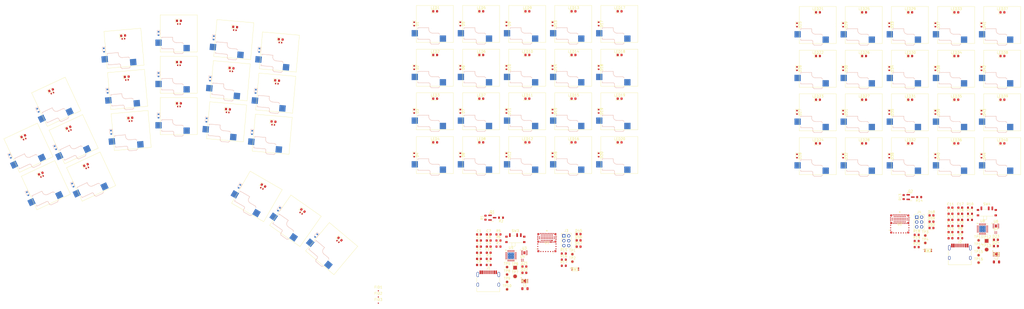
<source format=kicad_pcb>
(kicad_pcb (version 20241229) (generator "pcbnew") (generator_version "9.0")
  (layers (0 "F.Cu" signal) (4 "In1.Cu" power "GND") (6 "In2.Cu" power "PWR") (2 "B.Cu" signal) (13 "F.Paste" user) (15 "B.Paste" user) (5 "F.SilkS" user "F.Silkscreen") (7 "B.SilkS" user "B.Silkscreen") (1 "F.Mask" user) (3 "B.Mask" user) (25 "Edge.Cuts" user))
  (net 0 "")
  (net 1 "/Keymatrix_left/Col1")
  (net 2 "Net-(D77-A)")
  (net 3 "/Keymatrix_left/Col3")
  (net 4 "Net-(D83-A)")
  (net 5 "/Keymatrix_left/Col6")
  (net 6 "Net-(D93-A)")
  (net 7 "Net-(LED87-K)")
  (net 8 "/Keymatrix_left/Vcc")
  (net 9 "/Keymatrix_left/Col0")
  (net 10 "Net-(D75-A)")
  (net 11 "Net-(LED85-K)")
  (net 12 "Net-(D79-A)")
  (net 13 "Net-(LED81-K)")
  (net 14 "/Keymatrix_left/Col5")
  (net 15 "Net-(D89-A)")
  (net 16 "Net-(LED82-K)")
  (net 17 "Net-(LED79-K)")
  (net 18 "/Keymatrix_left/LEDOut")
  (net 19 "Net-(LED74-K)")
  (net 20 "/Keymatrix_left/Col4")
  (net 21 "Net-(D87-A)")
  (net 22 "/Keymatrix_left/Col2")
  (net 23 "Net-(D80-A)")
  (net 24 "Net-(LED78-K)")
  (net 25 "Net-(LED71-K)")
  (net 26 "Net-(LED86-K)")
  (net 27 "Net-(D91-A)")
  (net 28 "Net-(LED77-K)")
  (net 29 "Net-(LED89-K)")
  (net 30 "Net-(D88-A)")
  (net 31 "Net-(D78-A)")
  (net 32 "Net-(D84-A)")
  (net 33 "Net-(LED83-K)")
  (net 34 "Net-(LED75-K)")
  (net 35 "Net-(D82-A)")
  (net 36 "Net-(D81-A)")
  (net 37 "Net-(LED80-K)")
  (net 38 "Net-(D76-A)")
  (net 39 "Net-(LED72-K)")
  (net 40 "Net-(LED73-K)")
  (net 41 "Net-(LED84-K)")
  (net 42 "Net-(LED88-K)")
  (net 43 "Net-(D92-A)")
  (net 44 "Net-(LED76-K)")
  (net 45 "Net-(LED70-K)")
  (net 46 "Net-(D90-A)")
  (net 47 "/Keymatrix_left/Row1")
  (net 48 "/Keymatrix_left/Row2")
  (net 49 "/Keymatrix_left/Row0")
  (net 50 "Net-(D74-A)")
  (net 51 "Net-(D86-A)")
  (net 52 "Net-(D85-A)")
  (net 53 "GND")
  (net 54 "Net-(J1-SHIELD)")
  (net 55 "/Side-Left/Power/VBAT")
  (net 56 "/Side-Left/VBUS")
  (net 57 "/Side-Left/3VOUT")
  (net 58 "Net-(U5-DEC)")
  (net 59 "/Side-Left/Power/VSYS")
  (net 60 "/Side-Left/3.3V")
  (net 61 "Net-(J2-SHIELD)")
  (net 62 "/Side-Right/Power/VBAT")
  (net 63 "/Side-Right/VBUS")
  (net 64 "/Side-Right/3VOUT")
  (net 65 "Net-(U8-DEC)")
  (net 66 "/Side-Right/Power/VSYS")
  (net 67 "/Side-Right/3.3V")
  (net 68 "Net-(D1-A)")
  (net 69 "/Side-Left/Row0")
  (net 70 "Net-(D2-A)")
  (net 71 "/Side-Left/Row1")
  (net 72 "/Side-Left/Row2")
  (net 73 "Net-(D3-A)")
  (net 74 "Net-(D4-A)")
  (net 75 "Net-(D5-A)")
  (net 76 "Net-(D6-A)")
  (net 77 "Net-(D7-A)")
  (net 78 "Net-(D8-A)")
  (net 79 "Net-(D9-A)")
  (net 80 "Net-(D10-A)")
  (net 81 "Net-(D11-A)")
  (net 82 "Net-(D12-A)")
  (net 83 "Net-(D13-A)")
  (net 84 "Net-(D14-A)")
  (net 85 "Net-(D15-A)")
  (net 86 "Net-(D16-A)")
  (net 87 "Net-(D17-A)")
  (net 88 "Net-(D18-A)")
  (net 89 "Net-(D19-A)")
  (net 90 "Net-(D20-A)")
  (net 91 "/Side-Left/Power/LError")
  (net 92 "/Side-Left/Power/LChg")
  (net 93 "/Side-Right/Row0")
  (net 94 "Net-(D43-A)")
  (net 95 "Net-(D44-A)")
  (net 96 "/Side-Right/Row1")
  (net 97 "/Side-Right/Row2")
  (net 98 "Net-(D25-A)")
  (net 99 "Net-(D26-A)")
  (net 100 "Net-(D27-A)")
  (net 101 "Net-(D28-A)")
  (net 102 "Net-(D29-A)")
  (net 103 "Net-(D30-A)")
  (net 104 "Net-(D31-A)")
  (net 105 "Net-(D32-A)")
  (net 106 "Net-(D33-A)")
  (net 107 "Net-(D34-A)")
  (net 108 "Net-(D35-A)")
  (net 109 "Net-(D36-A)")
  (net 110 "Net-(D37-A)")
  (net 111 "Net-(D38-A)")
  (net 112 "Net-(D39-A)")
  (net 113 "Net-(D40-A)")
  (net 114 "Net-(D41-A)")
  (net 115 "Net-(D42-A)")
  (net 116 "/Side-Right/Power/LError")
  (net 117 "/Side-Right/Power/LChg")
  (net 124 "/Side-Left/USB_D+")
  (net 125 "/Side-Left/USB_D-")
  (net 126 "/Side-Left/Power/CC2")
  (net 127 "/Side-Left/Power/CC1")
  (net 128 "/Side-Right/USB_D+")
  (net 129 "/Side-Right/USB_D-")
  (net 130 "/Side-Right/Power/CC1")
  (net 131 "/Side-Right/Power/CC2")
  (net 132 "/Side-Left/Col0")
  (net 133 "/Side-Left/Col1")
  (net 134 "/Side-Left/Col2")
  (net 135 "/Side-Left/Col3")
  (net 136 "/Side-Left/Col4")
  (net 137 "/Side-Left/Col5")
  (net 138 "/Side-Left/Col6")
  (net 139 "/Side-Right/Col0")
  (net 140 "/Side-Right/Col1")
  (net 141 "/Side-Right/Col2")
  (net 142 "/Side-Right/Col3")
  (net 143 "/Side-Right/Col4")
  (net 144 "/Side-Right/Col5")
  (net 145 "/Side-Right/Col6")
  (net 146 "Net-(U5-SW)")
  (net 147 "Net-(U8-SW)")
  (net 148 "/Side-Left/LED_1")
  (net 149 "Net-(D45-K)")
  (net 150 "Net-(D46-K)")
  (net 151 "/Side-Left/LED_2")
  (net 152 "/Side-Left/LED_3")
  (net 153 "Net-(D47-K)")
  (net 154 "/Side-Right/LED_1")
  (net 155 "Net-(D48-K)")
  (net 156 "Net-(D49-K)")
  (net 157 "/Side-Right/LED_2")
  (net 158 "/Side-Right/LED_3")
  (net 159 "Net-(D50-K)")
  (net 160 "/Side-Left/Key Matrix/LEDOut")
  (net 162 "/Side-Right/Key Matrix/LEDOut")
  (net 164 "Net-(Q1-D)")
  (net 165 "Net-(Q2-D)")
  (net 166 "Net-(R5-Pad2)")
  (net 167 "Net-(R10-Pad2)")
  (net 172 "/Side-Left/Backlight")
  (net 173 "/Side-Right/Backlight")
  (net 174 "Net-(U5-ICHG)")
  (net 175 "Net-(U5-NTC)")
  (net 176 "Net-(U8-ICHG)")
  (net 177 "Net-(U8-NTC)")
  (net 178 "/Side-Left/RESET")
  (net 179 "/Side-Right/RESET")
  (net 181 "Net-(SW3-B)")
  (net 183 "Net-(SW4-B)")
  (net 197 "/Side-Left/SWDCLK")
  (net 210 "Net-(U1A-OUT_ANT)")
  (net 215 "/Side-Left/SWDIO")
  (net 236 "/Side-Right/SWDCLK")
  (net 252 "Net-(U2A-OUT_ANT)")
  (net 265 "/Side-Right/SWDIO")
  (net 276 "/Side-Left/Power/FUEL_ALRT")
  (net 277 "/Side-Left/BAT_SDA")
  (net 278 "/Side-Left/BAT_SCL")
  (net 282 "/Side-Right/BAT_SCL")
  (net 283 "/Side-Right/Power/FUEL_ALRT")
  (net 284 "/Side-Right/BAT_SDA")
  (footprint "Diode_SMD:D_SOD-523" (layer "F.Cu") (at 235.659992 70.765498 -90)
    (property "Reference" "D39")
    (property "Value" "D_Small")
  )
  (footprint "Capacitor_SMD:C_0603_1608Metric" (layer "F.Cu") (at 245.887298 109.945791)
    (property "Reference" "C17")
    (property "Value" "10uF")
  )
  (footprint "Package_TO_SOT_SMD:SOT-23" (layer "F.Cu") (at 53.604998 114.059991)
    (property "Reference" "Q1")
    (property "Value" "AO3400A")
  )
  (footprint "Keyboard:Kailh_HS_Socket" (layer "F.Cu") (at -17.482593 128.903832 -40)
    (property "Reference" "KHS72" (hide yes))
    (property "Value" "KHS")
  )
  (footprint "Diode_SMD:D_SOD-523" (layer "F.Cu") (at 178.80998 52.813501 -90)
    (property "Reference" "D26")
    (property "Value" "D_Small")
  )
  (footprint "Resistor_SMD:R_0603_1608Metric" (layer "F.Cu") (at 52.13 130.975)
    (property "Reference" "R3")
    (property "Value" "5.1k")
  )
  (footprint "Keyboard:SwitchHoles_Kailh_Choc_V1V2" (layer "F.Cu") (at -75.263155 38.372589)
    (property "Reference" "H101" (hide yes))
    (property "Value" "SwitchHoles")
  )
  (footprint "Keyboard:SwitchHoles_Kailh_Choc_V1V2" (layer "F.Cu") (at 86.879996 88.315001)
    (property "Reference" "H16" (hide yes))
    (property "Value" "SwitchHoles")
  )
  (footprint "Keyboard:SwitchHoles_Kailh_Choc_V1V2" (layer "F.Cu") (at 244.179996 34.884009)
    (property "Reference" "H33" (hide yes))
    (property "Value" "SwitchHoles")
  )
  (footprint "LED_SMD:LED_0603_1608Metric" (layer "F.Cu") (at 68.030477 29.248977)
    (property "Reference" "LED9")
    (property "Value" "LED_Small")
  )
  (footprint "Package_DFN_QFN:TDFN-8-1EP_2x2mm_P0.5mm_EP0.8x1.2mm" (layer "F.Cu") (at 260.542298 117.480791)
    (property "Reference" "U6")
    (property "Value" "MAX17048")
  )
  (footprint "Resistor_SMD:R_0402_1005Metric" (layer "F.Cu") (at -53.66348 53.897265 -5)
    (property "Reference" "LR77" (hide yes))
    (property "Value" "R_Small")
  )
  (footprint "Capacitor_SMD:C_0603_1608Metric" (layer "F.Cu") (at 245.887298 112.455791)
    (property "Reference" "C18")
    (property "Value" "10uF")
  )
  (footprint "Resistor_SMD:R_0402_1005Metric" (layer "F.Cu") (at -138.569413 81.748313 25)
    (property "Reference" "LR88" (hide yes))
    (property "Value" "R_Small")
  )
  (footprint "Keyboard:SwitchHoles_Kailh_Choc_V1V2" (layer "F.Cu") (at 263.13 34.884009)
    (property "Reference" "H37" (hide yes))
    (property "Value" "SwitchHoles")
  )
  (footprint "Diode_SMD:D_SOD-523" (layer "F.Cu") (at 59.409988 88.292496 -90)
    (property "Reference" "D12")
    (property "Value" "D_Small")
  )
  (footprint "Diode_SMD:D_SOD-523" (layer "F.Cu") (at 78.359992 52.388502 -90)
    (property "Reference" "D14")
    (property "Value" "D_Small")
  )
  (footprint "Keyboard:SwitchHoles_Kailh_Choc_V1V2" (layer "F.Cu") (at 48.979988 34.45901)
    (property "Reference" "H5" (hide yes))
    (property "Value" "SwitchHoles")
  )
  (footprint "Resistor_SMD:R_0603_1608Metric" (layer "F.Cu") (at 56.14 120.935)
    (property "Reference" "R5")
    (property "Value" "5.1k")
  )
  (footprint "Keyboard:SwitchHoles_Kailh_Choc_V1V2" (layer "F.Cu") (at 105.83 34.45901)
    (property "Reference" "H17" (hide yes))
    (property "Value" "SwitchHoles")
  )
  (footprint "LED_SMD:LED_0603_1608Metric" (layer "F.Cu") (at 263.230485 65.57797)
    (property "Reference" "LED39")
    (property "Value" "LED_Small")
  )
  (footprint "Keyboard:Kailh_HS_Socket" (layer "F.Cu") (at 241.679996 57.748506)
    (property "Reference" "KHS34" (hide yes))
    (property "Value" "KHS")
  )
  (footprint "Keyboard:SwitchHoles_Kailh_Choc_V1V2" (layer "F.Cu") (at -129.831976 100.701879 25)
    (property "Reference" "H111" (hide yes))
    (property "Value" "SwitchHoles")
  )
  (footprint "LED_SMD:LED_0603_1608Metric" (layer "F.Cu") (at 86.980481 29.248977)
    (property "Reference" "LED13")
    (property "Value" "LED_Small")
  )
  (footprint "Keyboard:SwitchHoles_Kailh_Choc_V1V2" (layer "F.Cu") (at -54.094724 57.784487 -5)
    (property "Reference" "H99" (hide yes))
    (property "Value" "SwitchHoles")
  )
  (footprint "Capacitor_SMD:C_0603_1608Metric" (layer "F.Cu") (at 48.12 120.935)
    (property "Reference" "C1")
    (property "Value" "10nF")
  )
  (footprint "Diode_SMD:D_SOD-523" (layer "F.Cu") (at 254.609996 52.813501 -90)
    (property "Reference" "D42")
    (property "Value" "D_Small")
  )
  (footprint "LED_SMD:LED_0603_1608Metric" (layer "F.Cu") (at -40.432463 100.867742 -30)
    (property "Reference" "LED70" (hide yes))
    (property "Value" "LED_Small")
  )
  (footprint "Resistor_SMD:R_0402_1005Metric" (layer "F.Cu") (at -96.506114 57.449543 5)
    (property "Reference" "LR83" (hide yes))
    (property "Value" "R_Small")
  )
  (footprint "Capacitor_SMD:C_0603_1608Metric" (layer "F.Cu") (at 48.12 130.975)
    (property "Reference" "C5")
    (property "Value" "2.2uF")
  )
  (footprint "Diode_SMD:D_SOD-523" (layer "F.Cu") (at 21.50998 88.292496 -90)
    (property "Reference" "D4")
    (property "Value" "D_Small")
  )
  (footprint "Keyboard:SwitchHoles_Kailh_Choc_V1V2" (layer "F.Cu") (at 67.929992 70.363004)
    (property "Reference" "H11" (hide yes))
    (property "Value" "SwitchHoles")
  )
  (footprint "TestPoint:TestPoint_Pad_D1.0mm" (layer "F.Cu") (at 253.427298 123.365791)
    (property "Reference" "TP11")
    (property "Value" "TestPoint_Probe")
  )
  (footprint "Capacitor_SMD:C_0603_1608Metric" (layer "F.Cu") (at 52.13 125.955)
    (property "Reference" "C9")
    (property "Value" "1uF")
  )
  (footprint "Resistor_SMD:R_0402_1005Metric" (layer "F.Cu") (at -55.142164 70.793073 -5)
    (property "Reference" "LR78" (hide yes))
    (property "Value" "R_Small")
  )
  (footprint "Mikoto:UDFN-6_1.2x1.0mm_P0.4mm" (layer "F.Cu") (at 65.964999 131.514998)
    (property "Reference" "U4")
    (property "Value" "ESDR0502NMUTAG" (hide yes))
  )
  (footprint "Keyboard:Kailh_HS_Socket" (layer "F.Cu") (at 260.63 93.6525)
    (property "Reference" "KHS40" (hide yes))
    (property "Value" "KHS")
  )
  (footprint "Keyboard:SwitchHoles_Kailh_Choc_V1V2" (layer "F.Cu") (at 67.929992 52.411007)
    (property "Reference" "H10" (hide yes))
    (property "Value" "SwitchHoles")
  )
  (footprint "Diode_SMD:D_SOD-523" (layer "F.Cu") (at 197.759984 52.813501 -90)
    (property "Reference" "D30")
    (property "Value" "D_Small")
  )
  (footprint "Keyboard:Kailh_HS_Socket" (layer "F.Cu") (at -130.037263 106.193698 25)
    (property "Reference" "KHS89" (hide yes))
    (property "Value" "KHS")
  )
  (footprint "Keyboard:SwitchHoles_Kailh_Choc_V1V2" (layer "F.Cu") (at -111.255091 97.180683 25)
    (property "Reference" "H109" (hide yes))
    (property "Value" "SwitchHoles")
  )
  (footprint "LED_SMD:LED_0603_1608Metric" (layer "F.Cu") (at -139.110028 80.56601 25)
    (property "Reference" "LED88" (hide yes))
    (property "Value" "LED_Small")
  )
  (footprint "LED_SMD:LED_0603_1608Metric" (layer "F.Cu") (at 89.074998 123.379991)
    (property "Reference" "D46")
    (property "Value" "LED_Small")
  )
  (footprint "Diode_SMD:D_SOD-523" (layer "F.Cu") (at 235.659992 52.813501 -90)
    (property "Reference" "D38")
    (property "Value" "D_Small")
  )
  (footprint "Connector_USB:USB_C_Receptacle_HRO_TYPE-C-31-M-12" (layer "F.Cu") (at 51.96 140.535)
    (property "Reference" "J1")
    (property "Value" "USB_C_Receptacle_USB2.0_16P")
  )
  (footprint "Keyboard:SwitchHoles_Kailh_Choc_V1V2" (layer "F.Cu") (at -33.893158 45.982552 -5)
    (property "Reference" "H95" (hide yes))
    (property "Value" "SwitchHoles")
  )
  (footprint "Keyboard:SwitchHoles_Kailh_Choc_V1V2" (layer "F.Cu") (at 48.979988 52.411007)
    (property "Reference" "H6" (hide yes))
    (property "Value" "SwitchHoles")
  )
  (footprint "LED_SMD:LED_0603_1608Metric" (layer "F.Cu") (at 49.080473 65.152971)
    (property "Reference" "LED7")
    (property "Value" "LED_Small")
  )
  (footprint "SamacSys_Parts:EVPBB2A9B000" (layer "F.Cu") (at 87.439998 135.204991)
    (property "Reference" "SW1")
    (property "Value" "EVP-BB1AAB000" (hide yes))
  )
  (footprint "TestPoint:TestPoint_Pad_D1.0mm" (layer "F.Cu") (at 231.5173 121.3908)
    (property "Reference" "TP3")
    (property "Value" "TestPoint_Probe")
  )
  (footprint "Resistor_SMD:R_0402_1005Metric" (layer "F.Cu") (at -36.419222 75.886023 -5)
    (property "Reference" "LR75" (hide yes))
    (property "Value" "R_Small")
  )
  (footprint "LED_SMD:LED_0603_1608Metric" (layer "F.Cu") (at -75.163657 67.083379)
    (property "Reference" "LED81" (hide yes))
    (property "Value" "LED_Small")
  )
  (footprint "LED_SMD:LED_0603_1608Metric" (layer "F.Cu") (at -24.206885 111.133592 -35)
    (property "Reference" "LED71" (hide yes))
    (property "Value" "LED_Small")
  )
  (footprint "LED_SMD:LED_0603_1608Metric" (layer "F.Cu") (at 234.0773 115.7008)
    (property "Reference" "D49")
    (property "Value" "LED_Small")
  )
  (footprint "Resistor_SMD:R_0603_1608Metric" (layer "F.Cu") (at 227.9873 126.1408)
    (property "Reference" "R20")
    (property "Value" "1.5k")
  )
  (footprint "Diode_SMD:D_SOD-523" (layer "F.Cu") (at 97.309996 70.340499 -90)
    (property "Reference" "D19")
    (property "Value" "D_Small")
  )
  (footprint "Resistor_SMD:R_0402_1005Metric" (layer "F.Cu") (at -112.825229 93.598662 25)
    (property "Reference" "LR87" (hide yes))
    (property "Value" "R_Small")
  )
  (footprint "LED_SMD:LED_0603_1608Metric" (layer "F.Cu") (at 86.980481 65.152971)
    (property "Reference" "LED15")
    (property "Value" "LED_Small")
  )
  (footprint "Resistor_SMD:R_0603_1608Metric" (layer "F.Cu") (at 56.14 123.445)
    (property "Reference" "R6")
    (property "Value" "1.5k")
  )
  (footprint "Keyboard:Kailh_HS_Socket" (layer "F.Cu") (at 103.33 75.275504)
    (property "Reference" "KHS19" (hide yes))
    (property "Value" "KHS")
  )
  (footprint "Keyboard:Kailh_HS_Socket" (layer "F.Cu") (at 84.379996 39.37151)
    (property "Reference" "KHS13" (hide yes))
    (property "Value" "KHS")
  )
  (footprint "Diode_SMD:D_SOD-523" (layer "F.Cu") (at 78.359992 34.436505 -90)
    (property "Reference" "D13")
    (property "Value" "D_Small")
  )
  (footprint "Keyboard:SwitchHoles_Kailh_Choc_V1V2" (layer "F.Cu") (at -75.263666 55.332976)
    (property "Reference" "H102" (hide yes))
    (property "Value" "SwitchHoles")
  )
  (footprint "ISP1807-LR-RS:ISP1807-LR-RS" (layer "F.Cu") (at 221.03 116.6465)
    (property "Reference" "U2")
    (property "Value" "ISP1807-LR-RS")
  )
  (footprint "LED_SMD:LED_0603_1608Metric" (layer "F.Cu") (at 225.330477 29.673976)
    (property "Reference" "LED29")
    (property "Value" "LED_Small")
  )
  (footprint "Resistor_SMD:R_0402_1005Metric" (layer "F.Cu") (at -52.184815 37.00145 -5)
    (property "Reference" "LR76" (hide yes))
    (property "Value" "R_Small")
  )
  (footprint "LED_SMD:LED_0603_1608Metric" (layer "F.Cu") (at 206.380473 83.529967)
    (property "Reference" "LED28")
    (property "Value" "LED_Small")
  )
  (footprint "Diode_SMD:D_SOD-523" (layer "F.Cu") (at 178.80998 34.861504 -90)
    (property "Reference" "D25")
    (property "Value" "D_Small")
  )
  (footprint "LED_SMD:LED_0603_1608Metric" (layer "F.Cu") (at 30.130469 47.200974)
    (property "Reference" "LED2")
    (property "Value" "LED_Small")
  )
  (footprint "Keyboard:Kailh_HS_Socket" (layer "F.Cu") (at -36.816849 50.635971 -5)
    (property "Reference" "KHS73" (hide yes))
    (property "Value" "KHS")
  )
  (footprint "Keyboard:Kailh_HS_Socket" (layer "F.Cu") (at 65.429992 57.323507)
    (property "Reference" "KHS10" (hide yes))
    (property "Value" "KHS")
  )
  (footprint "Keyboard:Kailh_HS_Socket" (layer "F.Cu") (at 27.529984 57.323507)
    (property "Reference" "KHS2" (hide yes))
    (property "Value" "KHS")
  )
  (footprint "Keyboard:Kailh_HS_Socket" (layer "F.Cu") (at 103.33 39.37151)
    (property "Reference" "KHS17" (hide yes))
    (property "Value" "KHS")
  )
  (footprint "Art:Salt-smallest" (layer "F.Cu") (at 220.090359 125.32458)
    (property "Reference" "H42" (hide yes))
    (property "Value" "MountingHole" (hide yes))
  )
  (footprint "Resistor_SMD:R_0402_1005Metric" (layer "F.Cu") (at -9.835704 123.832095 -40)
    (property "Reference" "LR72" (hide yes))
    (property "Value" "R_Small")
  )
  (footprint "Keyboard:SwitchHoles_Kailh_Choc_V1V2" (layer "F.Cu") (at 187.329984 88.74)
    (property "Reference" "H24" (hide yes))
    (property "Value" "SwitchHoles")
  )
  (footprint "Keyboard:Kailh_HS_Socket" (layer "F.Cu") (at 184.829984 57.748506)
    (property "Reference" "KHS22" (hide yes))
    (property "Value" "KHS")
  )
  (footprint "LED_SMD:LED_0603_1608Metric" (layer "F.Cu") (at 244.280481 47.625973)
    (property "Reference" "LED34")
    (property "Value" "LED_Small")
  )
  (footprint "TestPoint:TestPoint_Pad_D1.5mm" (layer "F.Cu") (at 256.727298 127.165791)
    (property "Reference" "TP13")
    (property "Value" "TestPoint")
  )
  (footprint "LED_SMD:LED_0603_1608Metric" (layer "F.Cu") (at 30.130469 29.248977)
    (property "Reference" "LED1")
    (property "Value" "LED_Small")
  )
  (footprint "Resistor_SMD:R_0603_1608Metric" (layer "F.Cu") (at 249.897298 109.945791)
    (property "Reference" "R10")
    (property "Value" "5.1k")
  )
  (footprint "LED_SMD:LED_0603_1608Metric" (layer "F.Cu") (at 234.0773 118.2908)
    (property "Reference" "D50")
    (property "Value" "LED_Small")
  )
  (footprint "Resistor_SMD:R_0603_1608Metric" (layer "F.Cu") (at 82.984998 133.819991)
    (property "Reference" "R17")
    (property "Value" "1.5k")
  )
  (footprint "LED_SMD:LED_0603_1608Metric" (layer "F.Cu") (at -55.019198 69.498866 -5)
    (property "Reference" "LED78" (hide yes))
    (property "Value" "LED_Small")
  )
  (footprint "Package_DFN_QFN:TDFN-8-1EP_2x2mm_P0.5mm_EP0.8x1.2mm" (layer "F.Cu") (at 66.785 128.47)
    (property "Reference" "U3")
    (property "Value" "MAX17048")
  )
  (footprint "LED_SMD:LED_0603_1608Metric" (layer "F.Cu") (at 244.280481 65.57797)
    (property "Reference" "LED35")
    (property "Value" "LED_Small")
  )
  (footprint "LED_SMD:LED_0603_1608Metric" (layer "F.Cu") (at 234.0773 113.1108)
    (property "Reference" "D48")
    (property "Value" "LED_Small")
  )
  (footprint "Capacitor_SMD:C_0603_1608Metric" (layer "F.Cu") (at 245.887298 114.965791)
    (property "Reference" "C19")
    (property "Value" "1uF")
  )
  (footprint "Capacitor_SMD:C_0603_1608Metric" (layer "F.Cu") (at 241.877298 117.475791)
    (property "Reference" "C14")
    (property "Value" "1uF")
  )
  (footprint "LED_SMD:LED_0603_1608Metric" (layer "F.Cu") (at 49.080473 83.104968)
    (property "Reference" "LED8")
    (property "Value" "LED_Small")
  )
  (footprint "Keyboard:SwitchHoles_Kailh_Choc_V1V2" (layer "F.Cu") (at 105.83 88.315001)
    (property "Reference" "H20" (hide yes))
    (property "Value" "SwitchHoles")
  )
  (footprint "Capacitor_SMD:C_0603_1608Metric" (layer "F.Cu") (at 52.13 123.445)
    (property "Reference" "C8")
    (property "Value" "10uF")
  )
  (footprint "Keyboard:Kailh_HS_Socket" (layer "F.Cu") (at 27.529984 93.227501)
    (property "Reference" "KHS4" (hide yes))
    (property "Value" "KHS")
  )
  (footprint "Diode_SMD:D_SOD-523" (layer "F.Cu") (at 40.459984 52.388502 -90)
    (property "Reference" "D6")
    (property "Value" "D_Small")
  )
  (footprint "Keyboard:Kailh_HS_Socket" (layer "F.Cu") (at 184.829984 93.6525)
    (property "Reference" "KHS24" (hide yes))
    (property "Value" "KHS")
  )
  (footprint "Keyboard:SwitchHoles_Kailh_Choc_V1V2" (layer "F.Cu") (at 187.329984 34.884009)
    (property "Reference" "H21" (hide yes))
    (property "Value" "SwitchHoles")
  )
  (footprint "Resistor_SMD:R_0603_1608Metric" (layer "F.Cu") (at 82.984998 128.799991)
    (property "Reference" "R15")
    (property "Value" "1.5k")
  )
  (footprint "Keyboard:Kailh_HS_Socket" (layer "F.Cu") (at -137.186741 90.840712 25)
    (property "Reference" "KHS88" (hide yes))
    (property "Value" "KHS")
  )
  (footprint "LED_SMD:LED_0603_1608Metric" (layer "F.Cu") (at 30.130469 65.152971)
    (property "Reference" "LED3")
    (property "Value" "LED_Small")
  )
  (footprint "LED_SMD:LED_0603_1608Metric" (layer "F.Cu") (at 49.080473 29.248977)
    (property "Reference" "LED5")
    (property "Value" "LED_Small")
  )
  (footprint "Diode_SMD:D_SOD-523" (layer "F.Cu") (at 21.50998 34.436505 -90)
    (property "Reference" "D1")
    (property "Value" "D_Small")
  )
  (footprint "Capacitor_SMD:C_0603_1608Metric" (layer "F.Cu") (at 52.13 128.465)
    (property "Reference" "C10")
    (property "Value" "1uF")
  )
  (footprint "Keyboard:SwitchHoles_Kailh_Choc_V1V2" (layer "F.Cu") (at 244.179996 52.836006)
    (property "Reference" "H34" (hide yes))
    (property "Value" "SwitchHoles")
  )
  (footprint "Keyboard:SwitchHoles_Kailh_Choc_V1V2" (layer "F.Cu") (at 244.179996 88.74)
    (property "Reference" "H36" (hide yes))
    (property "Value" "SwitchHoles")
  )
  (footprint "Capacitor_SMD:C_0603_1608Metric" (layer "F.Cu") (at 241.877298 114.965791)
    (property "Reference" "C13")
    (property "Value" "1uF")
  )
  (footprint "TestPoint:TestPoint_Pad_D1.0mm" (layer "F.Cu") (at 86.514998 132.119991)
    (property "Reference" "TP2")
    (property "Value" "TestPoint_Probe")
  )
  (footprint "LED_SMD:LED_0603_1608Metric" (layer "F.Cu") (at -131.94273 95.93753 25)
    (property "Reference" "LED89" (hide yes))
    (property "Value" "LED_Small")
  )
  (footprint "Diode_SMD:D_SOD-523" (layer "F.Cu") (at 216.709988 52.813501 -90)
    (property "Reference" "D34")
    (property "Value" "D_Small")
  )
  (footprint "Keyboard:Kailh_HS_Socket" (layer "F.Cu") (at -57.01843 62.437886 -5)
    (property "Reference" "KHS77" (hide yes))
    (property "Value" "KHS")
  )
  (footprint "Keyboard:Kailh_HS_Socket" (layer "F.Cu") (at 222.729992 75.700503)
    (property "Reference" "KHS31" (hide yes))
    (property "Value" "KHS")
  )
  (footprint "Keyboard:Kailh_HS_Socket" (layer "F.Cu") (at 65.429992 93.227501)
    (property "Reference" "KHS12" (hide yes))
    (property "Value" "KHS")
  )
  (footprint "Resistor_SMD:R_0603_1608Metric" (layer "F.Cu") (at 52.13 133.485)
    (property "Reference" "R4")
    (property "Value" "5.1k")
  )
  (footprint "Keyboard:Kailh_HS_Socket" (layer "F.Cu") (at 203.779988 93.6525)
    (property "Reference" "KHS28" (hide yes))
    (property "Value" "KHS")
  )
  (footprint "Capacitor_SMD:C_0603_1608Metric" (layer "F.Cu") (at 48.12 128.465)
    (property "Reference" "C4")
    (property "Value" "1uF")
  )
  (footprint "Keyboard:Kailh_HS_Socket" (layer "F.Cu") (at 203.779988 75.700503)
    (property "Reference" "KHS27" (hide yes))
    (property "Value" "KHS")
  )
  (footprint "Keyboard:SwitchHoles_Kailh_Choc_V1V2" (layer "F.Cu") (at 187.329984 70.788003)
    (property "Reference" "H23" (hide yes))
    (property "Value" "SwitchHoles")
  )
  (footprint "Keyboard:Kailh_HS_Socket" (layer "F.Cu") (at 84.379996 75.275504)
    (property "Reference" "KHS15" (hide yes))
    (property "Value" "KHS")
  )
  (footprint "LED_SMD:LED_0603_1608Metric" (layer "F.Cu") (at 49.080473 47.200974)
    (property "Reference" "LED6")
    (property "Value" "LED_Small")
  )
  (footprint "Diode_SMD:D_SOD-523" (layer "F.Cu") (at 216.709988 34.861504 -90)
    (property "Reference" "D33")
    (property "Value" "D_Small")
  )
  (footprint "LED_SMD:LED_0603_1608Metric" (layer "F.Cu") (at 105.930485 65.152971)
    (property "Reference" "LED19")
    (property "Value" "LED_Small")
  )
  (footprint "Diode_SMD:D_SOD-523" (layer "F.Cu") (at 40.459984 88.292496 -90)
    (property "Reference" "D8")
    (property "Value" "D_Small")
  )
  (footprint "Resistor_SMD:R_0402_1005Metric" (layer "F.Cu") (at -33.46192 42.09536 -5)
    (property "Reference" "LR73" (hide yes))
    (property "Value" "R_Small")
  )
  (footprint "Resistor_SMD:R_0603_1608Metric" (layer "F.Cu") (at 56.14 125.955)
    (property "Reference" "R7")
    (property "Value" "5.1k")
  )
  (footprint "LED_SMD:LED_0603_1608Metric" (layer "F.Cu") (at -98.08746 39.257744 5)
    (property "Reference" "LED82" (hide yes))
    (property "Value" "LED_Small")
  )
  (footprint "Fiducial:Fiducial_0.5mm_Mask1mm" (layer "F.Cu") (at 6.78 144.09)
    (property "Reference" "FID1")
    (property "Value" "Fiducial")
  )
  (footprint "Keyboard:SwitchHoles_Kailh_Choc_V1V2" (layer "F.Cu") (at -36.85046 79.773206 -5)
    (property "Reference" "H97" (hide yes))
    (property "Value" "SwitchHoles")
  )
  (footprint "Button_Switch_SMD:SW_SPDT_PCM12" (layer "F.Cu") (at 256.827298 111.665791)
    (property "Reference" "SW4")
    (property "Value" "SW_SPDT")
  )
  (footprint "Connector_PinHeader_2.00mm:PinHeader_2x03_P2.00mm_Vertical" (layer "F.Cu") (at 83.004998 121.519991)
    (property "Reference" "J3")
    (property "Value" "Conn_02x03_Odd_Even")
  )
  (footprint "LED_SMD:LED_0603_1608Metric" (layer "F.Cu") (at 260.547298 125.725791)
    (property "Reference" "D24")
    (property "Value" "LED_Small")
  )
  (footprint "Keyboard:SwitchHoles_Kailh_Choc_V1V2" (layer "F.Cu") (at 86.879996 52.411007)
    (property "Reference" "H14" (hide yes))
    (property "Value" "SwitchHoles")
  )
  (footprint "Keyboard:Kailh_HS_Socket" (layer "F.Cu") (at 260.63 57.748506)
    (property "Reference" "KHS38" (hide yes))
    (property "Value" "KHS")
  )
  (footprint "Connector_PinHeader_2.00mm:PinHeader_2x03_P2.00mm_Vertical" (layer "F.Cu") (at 228.0073 113.8408)
    (property "Reference" "J4")
    (property "Value" "Conn_02x03_Odd_Even")
  )
  (footprint "Resistor_SMD:R_0402_1005Metric" (layer "F.Cu") (at -24.96048 112.19292 -35)
    (property "Reference" "LR71" (hide yes))
    (property "Value" "R_Small")
  )
  (footprint "LED_SMD:LED_0603_1608Metric" (layer "F.Cu") (at 66.79 134.125)
    (property "Reference" "D21")
    (property "Value" "LED_Small")
  )
  (footprint "Capacitor_SMD:C_0603_1608Metric" (layer "F.Cu") (at 48.12 133.485)
    (property "Reference" "C6")
    (property "Value" "10uF")
  )
  (footprint "Keyboard:Kailh_HS_Socket" (layer "F.Cu") (at 184.829984 39.796509)
    (property "Reference" "KHS21" (hide yes))
    (property "Value" "KHS")
  )
  (footprint "LED_SMD:LED_0603_1608Metric" (layer "F.Cu") (at 187.430469 65.57797)
    (property "Reference" "LED23")
    (property "Value" "LED_Small")
  )
  (footprint "SamacSys_Parts:SON65P200X200X90-7N" (layer "F.Cu") (at 66.92 140.085)
    (property "Reference" "IC1")
    (property "Value" "MCP1700T-3302E_MAY" (hide yes))
  )
  (footprint "Keyboard:Kailh_HS_Socket" (layer "F.Cu") (at 46.479988 39.37151)
    (property "Reference" "KHS5" (hide yes))
    (property "Value" "KHS")
  )
  (footprint "Keyboard:SwitchHoles_Kailh_Choc_V1V2" (layer "F.Cu") (at 30.029984 52.411007)
    (property "Reference" "H2" (hide yes))
    (property "Value" "SwitchHoles")
  )
  (footprint "TestPoint:TestPoint_Pad_D1.0mm" (layer "F.Cu") (at 253.427298 126.415791)
    (property "Reference" "TP14")
    (property "Value" "TestPoint_Probe")
  )
  (footprint "Resistor_SMD:R_0402_1005Metric" (layer "F.Cu") (at -127.159883 62.855567 25)
    (property "Reference" "LR85" (hide yes))
    (property "Value" "R_Small")
  )
  (footprint "Capacitor_SMD:C_0603_1608Metric" (layer "F.Cu") (at 241.877298 119.985791)
    (property "Reference" "C15")
    (property "Value" "2.2uF")
  )
  (footprint "Resistor_SMD:R_0603_1608Metric" (layer "F.Cu") (at 82.984998 131.309991)
    (property "Reference" "R16")
    (property "Value" "1.5k")
  )
  (footprint "Keyboard:SwitchHoles_Kailh_Choc_V1V2" (layer "F.Cu") (at 187.329984 52.836006)
    (property "Reference" "H22" (hide yes))
    (property "Value" "SwitchHoles")
  )
  (footprint "Resistor_SMD:R_0603_1608Metric" (layer "F.Cu") (at 249.897298 112.455791)
    (property "Reference" "R11")
    (property "Value" "1.5k")
  )
  (footprint "LED_SMD:LED_0603_1608Metric" (layer "F.Cu") (at 66.79 136.715)
    (property "Reference" "D22")
    (property "Value" "LED_Small")
  )
  (footprint "Keyboard:Kailh_HS_Socket" (layer "F.Cu") (at 241.679996 75.700503)
    (property "Reference" "KHS35" (hide yes))
    (property "Value" "KHS")
  )
  (footprint "LED_SMD:LED_0603_1608Metric" (layer "F.Cu") (at 187.430469 83.529967)
    (property "Reference" "LED24")
    (property "Value" "LED_Small")
  )
  (footprint "Resistor_SMD:R_0402_1005Metric" (layer "F.Cu") (at -95.028429 74.345452 5)
    (property "Reference" "LR84" (hide yes))
    (property "Value" "R_Small")
  )
  (footprint "Diode_SMD:D_SOD-523" (layer "F.Cu") (at 59.409988 34.436505 -90)
    (property "Reference" "D9")
    (property "Value" "D_Small")
  )
  (footprint "LED_SMD:LED_0603_1608Metric" (layer "F.Cu") (at -33.338959 40.801145 -5)
    (property "Reference" "LED73" (hide yes))
    (property "Value" "LED_Small")
  )
  (footprint "TestPoint:TestPoint_Pad_D1.0mm" (layer "F.Cu") (at 59.67 134.355)
    (property "Reference" "TP5")
    (property "Value" "TestPoint_Probe")
  )
  (footprint "Keyboard:Kailh_HS_Socket" (layer "F.Cu") (at -55.539751 45.54208 -5)
    (property "Reference" "KHS76" (hide yes))
    (property "Value" "KHS")
  )
  (footprint "LED_SMD:LED_0603_1608Metric" (layer "F.Cu") (at 206.380473 47.625973)
    (property "Reference" "LED26")
    (property "Value" "LED_Small")
  )
  (footprint "Keyboard:Kailh_HS_Socket" (layer "F.Cu") (at -99.804714 49.54707 5)
    (property "Reference" "KHS82" (hide yes))
    (property "Value" "KHS")
  )
  (footprint "Keyboard:Kailh_HS_Socket" (layer "F.Cu") (at 184.829984 75.700503)
    (property "Reference" "KHS23" (hide yes))
    (property "Value" "KHS")
  )
  (footprint "Resistor_SMD:R_0402_1005Metric" (layer "F.Cu") (at -75.172368 34.462566)
    (property "Reference" "LR79" (hide yes))
    (property "Value" "R_Small")
  )
  (footprint "Keyboard:SwitchHoles_Kailh_Choc_V1V2" (layer "F.Cu") (at 263.13 88.74)
    (property "Reference" "H40" (hide yes))
    (property "Value" "SwitchHoles")
  )
  (footprint "LED_SMD:LED_0603_1608Metric" (layer "F.Cu") (at -127.700498 61.673268 25)
    (property "Reference" "LED85" (hide yes))
    (property "Value" "LED_Small")
  )
  (footprint "Keyboard:Kailh_HS_Socket" (layer "F.Cu") (at -125.795053 71.929405 25)
    (property "Reference" "KHS85" (hide yes))
    (property "Value" "KHS")
  )
  (footprint "LED_SMD:LED_0603_1608Metric" (layer "F.Cu") (at 89.074998 125.969991)
    (property "Reference" "D47")
    (property "Value" "LED_Small")
  )
  (footprint "Keyboard:SwitchHoles_Kailh_Choc_V1V2" (layer "F.Cu") (at 86.879996 70.363004)
    (property "Reference" "H15" (hide yes))
    (property "Value" "SwitchHoles")
  )
  (footprint "LED_SMD:LED_0603_1608Metric" (layer "F.Cu") (at 187.430469 29.673976)
    (property "Reference" "LED21")
    (property "Value" "LED_Small")
  )
  (footprint "Keyboard:SwitchHoles_Kailh_Choc_V1V2" (layer "F.Cu") (at 206.279988 70.788003)
    (property "Reference" "H27" (hide yes))
    (property "Value" "SwitchHoles")
  )
  (footprint "Keyboard:Kailh_HS_Socket" (layer "F.Cu") (at 84.379996 57.323507)
    (property "Reference" "KHS14" (hide yes))
    (property "Value" "KHS")
  )
  (footprint "Keyboard:Kailh_HS_Socket" (layer "F.Cu") (at 260.63 75.700503)
    (property "Reference" "KHS39" (hide yes))
    (property "Value" "KHS")
  )
  (footprint "LED_SMD:LED_0603_1608Metric" (layer "F.Cu") (at 244.280481 83.529967)
    (property "Reference" "LED36")
    (property "Value" "LED_Small")
  )
  (footprint "Resistor_SMD:R_0603_1608Metric" (layer "F.Cu") (at 57.169998 114.059982 180)
    (property "Reference" "R2")
    (property "Value" "1.5k")
  )
  (footprint "Resistor_SMD:R_0402_1005Metric" (layer "F.Cu") (at -41.090864 101.988727 -30)
    (property "Reference" "LR70" (hide yes))
    (property "Value" "R_Small")
  )
  (footprint "Keyboard:SwitchHoles_Kailh_Choc_V1V2" (layer "F.Cu") (at -94.787459 78.23332 5)
    (property "Reference" "H106" (hide yes))
    (property "Value" "SwitchHoles")
  )
  (footprint "Keyboard:SwitchHoles_Kailh_Choc_V1V2" (layer "F.Cu") (at -35.37182 62.877993 -5)
    (property "Reference" "H96" (hide yes))
    (property "Value" "SwitchHoles")
  )
  (footprint "LED_SMD:LED_0603_1608Metric" (layer "F.Cu") (at -95.132079 73.049554 5)
    (property "Reference" "LED84" (hide yes))
    (property "Value" "LED_Small")
  )
  (footprint "Diode_SMD:D_SOD-523" (layer "F.Cu") (at 178.80998 88.717495 -90)
    (property "Reference" "D28")
    (property "Value" "D_Small")
  )
  (footprint "LED_SMD:LED_0603_1608Metric" (layer "F.Cu") (at 187.430469 47.625973)
    (property "Reference" "LED22")
    (property "Value" "LED_Small")
  )
  (footprint "Keyboard:Kailh_HS_Socket" (layer "F.Cu") (at 46.479988 75.275504)
    (property "Reference" "KHS7" (hide yes))
    (property "Value" "KHS")
  )
  (footprint "Keyboard:SwitchHoles_Kailh_Choc_V1V2" (layer "F.Cu") (at 67.929992 88.315001)
    (property "Reference" "H12" (hide yes))
    (property "Value" "SwitchHoles")
  )
  (footprint "Connector_USB:USB_C_Receptacle_HRO_TYPE-C-31-M-12" (layer "F.Cu") (at 245.717298 129.545791)
    (property "Reference" "J2")
    (property "Value" "USB_C_Receptacle_USB2.0_16P")
  )
  (footprint "Keyboard:SwitchHoles_Kailh_Choc_V1V2" (layer "F.Cu") (at 225.229992 34.884009)
    (property "Reference" "H29" (hide yes))
    (property "Value" "SwitchHoles")
  )
  (footprint "Package_DFN_QFN:QFN-24-1EP_4x4mm_P0.5mm_EP2.6x2.6mm_ThermalVias" (layer "F.Cu") (at 255.027298 118.715791)
    (property "Reference" "U8")
    (property "Value" "nPM1100-QDXX")
  )
  (footprint "Keyboard:SwitchHoles_Kailh_Choc_V1V2" (layer "F.Cu") (at -75.264139 72.293363)
    (property "Reference" "H103" (hide yes))
    (property "Value" "SwitchHoles")
  )
  (footprint "Diode_SMD:D_SOD-523" (layer "F.Cu") (at 21.50998 70.340499 -90)
    (property "Reference" "D3")
    (property "Value" "D_Small")
  )
  (footprint "Resistor_SMD:R_0402_1005Metric" (layer "F.Cu") (at -131.402115 97.119821 25)
    (property "Reference" "LR89" (hide yes))
    (property "Value" "R_Small")
  )
  (footprint "Keyboard:Kailh_HS_Socket" (layer "F.Cu") (at 241.679996 93.6525)
    (property "Reference" "KHS36" (hide yes))
    (property "Value" "KHS")
  )
  (footprint "Keyboard:SwitchHoles_Kailh_Choc_V1V2" (layer "F.Cu") (at -12.41858 126.768965 -40)
    (property "Reference" "H94" (hide yes))
    (property "Value" "SwitchHoles")
  )
  (footprint "TestPoint:TestPoint_Pad_D1.5mm" (layer "F.Cu") (at 62.97 138.155)
    (property "Reference" "TP7")
    (property "Value" "TestPoint")
  )
  (footprint "Keyboard:SwitchHoles_Kailh_Choc_V1V2" (layer "F.Cu") (at 86.879996 34.45901)
    (property "Reference" "H13" (hide yes))
    (property "Value" "SwitchHoles")
  )
  (footprint "Keyboard:Kailh_HS_Socket" (layer "F.Cu") (at -96.849316 83.338877 5)
    (property "Reference" "KHS84" (hide yes))
    (property "Value" "KHS")
  )
  (footprint "LED_SMD:LED_0603_1608Metric" (layer "F.Cu") (at 260.547298 123.135791)
    (property "Reference" "D23")
    (property "Value" "LED_Small")
  )
  (footprint "Keyboard:Kailh_HS_Socket" (layer "F.Cu") (at 84.379996 93.227501)
    (property "Reference" "KHS16" (hide yes))
    (property "Value" "KHS")
  )
  (footprint "Keyboard:SwitchHoles_Kailh_Choc_V1V2" (layer "F.Cu") (at 225.229992 52.836006)
    (property "Reference" "H30" (hide yes))
    (property "Value" "SwitchHoles")
  )
  (footprint "Resistor_SMD:R_0402_1005Metric" (layer "F.Cu") (at -119.992537 78.227084 25)
    (property "Reference" "LR86" (hide yes))
    (property "Value" "R_Small")
  )
  (footprint "TestPoint:TestPoint_Pad_1.5x1.5mm" (layer "F.Cu") (at 62.97 134.605)
    (property "Reference" "TP6")
    (property "Value" "TestPoint")
  )
  (footprint "Keyboard:Kailh_HS_Socket" (layer "F.Cu") (at -47.744367 108.317371 -30)
    (property "Reference" "KHS70" (hide yes))
    (property "Value" "KHS")
  )
  (footprint "Keyboard:Kailh_HS_Socket" (layer "F.Cu") (at -77.771155 77.183867)
    (property "Reference" "KHS81" (hide yes))
    (property "Value" "KHS")
  )
  (footprint "Capacitor_SMD:C_0603_1608Metric" (layer "F.Cu") (at 241.877298 122.495791)
    (property "Reference" "C16")
    (property "Value" "10uF")
  )
  (footprint "Diode_SMD:D_SOD-523" (layer "F.Cu") (at 197.759984 70.765498 -90)
    (property "Reference" "D31")
    (property "Value" "D_Small")
  )
  (footprint "Fiducial:Fiducial_0.5mm_Mask1mm" (layer "F.Cu") (at 6.78 146.64)
    (property "Reference" "FID2")
    (property "Value" "Fiducial")
  )
  (footprint "Mikoto:UDFN-6_1.2x1.0mm_P0.4mm" (layer "F.Cu") (at 260.502299 120.185789)
    (property "Reference" "U7")
    (property "Value" "ESDR0502NMUTAG" (hide yes))
  )
  (footprint "Resistor_SMD:R_0402_1005Metric" (layer "F.Cu") (at -75.172836 51.422993)
    (property "Reference" "LR80" (hide yes))
    (property "Value" "R_Small")
  )
  (footprint "Keyboard:SwitchHoles_Kailh_Choc_V1V2" (layer "F.Cu") (at -125.589746 66.437577 25)
    (property "Reference" "H107" (hide yes))
    (property "Value" "SwitchHoles")
  )
  (footprint "LED_SMD:LED_0603_1608Metric" (layer "F.Cu") (at 86.980481 83.104968)
    (property "Reference" "LED16")
    (property "Value" "LED_Small")
  )
  (footprint "Keyboard:Kailh_HS_Socket" (layer "F.Cu") (at -39.774147 84.426626 -5)
    (property "Reference" "KHS75" (hide yes))
    (property "Value" "KHS")
  )
  (footprint "Keyboard:SwitchHoles_Kailh_Choc_V1V2" (layer "F.Cu") (at 105.83 70.363004)
    (property "Reference" "H19" (hide yes))
    (property "Value" "SwitchHoles")
  )
  (footprint "Diode_SMD:D_SOD-523" (layer "F.Cu") (at 97.309996 52.388502 -90)
    (property "Reference" "D18")
    (property "Value" "D_Small")
  )
  (footprint "Keyboard:SwitchHoles_Kailh_Choc_V1V2" (layer "F.Cu") (at 263.13 70.788003)
    (property "Reference" "H39" (hide yes))
    (property "Value" "SwitchHoles")
  )
  (footprint "Capacitor_SMD:C_0603_1608Metric" (layer "F.Cu") (at 52.13 120.935)
    (property "Reference" "C7")
    (property "Value" "10uF")
  )
  (footprint "Capacitor_SMD:C_0603_1608Metric" (layer "F.Cu") (at 241.877298 109.945791)
    (property "Reference" "C11")
    (property "Value" "10nF")
  )
  (footprint "LED_SMD:LED_0603_1608Metric" (layer "F.Cu") (at 86.980481 47.200974)
    (property "Reference" "LED14")
    (property "Value" "LED_Small")
  )
  (footprint "Keyboard:Kailh_HS_Socket" (layer "F.Cu") (at 222.729992 93.6525)
    (property "Reference" "KHS32" (hide yes))
    (property "Value" "KHS")
  )
  (footprint "Diode_SMD:D_SOD-523" (layer "F.Cu") (at 40.459984 70.340499 -90)
    (property "Reference" "D7")
    (property "Value" "D_Small")
  )
  (footprint "Keyboard:Kailh_HS_Socket" (layer "F.Cu") (at 203.779988 57.748506)
    (property "Reference" "KHS26" (hide yes))
    (property "Value" "KHS")
  )
  (footprint "Keyboard:SwitchHoles_Kailh_Choc_V1V2" (layer "F.Cu") (at 263.13 52.836006)
    (property "Reference" "H38" (hide yes))
    (property "Value" "SwitchHoles")
  )
  (footprint "Diode_SMD:D_SOD-523" (layer "F.Cu") (at 78.359992 70.340499 -90)
    (property "Reference" "D15")
    (property "Value" "D_Small")
  )
  (footprint "ISP1807-LR-RS:ISP1807-LR-RS" (layer "F.Cu") (at 76.027698 124.325691)
    (property "Reference" "U1")
    (property "Value" "ISP1807-LR-RS")
  )
  (footprint "TestPoint:TestPoint_Pad_D1.0mm" (layer "F.Cu") (at 253.427298 132.515791)
    (property "Reference" "TP16")
    (property "Value" "TestPoint_Probe")
  )
  (footprint "Keyboard:Kailh_HS_Socket" (layer "F.Cu") (at 65.429992 75.275504)
    (property "Reference" "KHS11" (hide yes))
    (property "Value" "KHS")
  )
  (footprint "Package_TO_SOT_SMD:SOT-23" (layer "F.Cu") (at 225.452298 105.5958)
    (property "Reference" "Q2")
    (property "Value" "AO3400A")
  )
  (footprint "Resistor_SMD:R_0603_1608Metric" (layer "F.Cu") (at 229.017298 105.595791 180)
    (property "Reference" "R14")
    (property "Value" "1.5k")
  )
  (footprint "Inductor_SMD:L_0805_2012Metric" (layer "F.Cu") (at 67.02 143.235)
    (property "Reference" "L1")
    (property "Value" "2.2uH")
  )
  (footprint "LED_SMD:LED_0603_1608Metric" (layer "F.Cu") (at 105.930485 47.200974)
    (property "Reference" "LED18")
    (property "Value" "LED_Small")
  )
  (footprint "LED_SMD:LED_0603_1608Metric" (layer "F.Cu") (at 244.280481 29.673976)
    (property "Reference" "LED33")
    (property "Value" "LED_Small")
  )
  (footprint "Art:Salt-smallest" (layer "F.Cu") (at 75.088057 133.003771)
    (property "Reference" "H41" (hide yes))
    (property "Value" "MountingHole" (hide yes))
  )
  (footprint "Keyboard:SwitchHoles_Kailh_Choc_V1V2" (layer "F.Cu") (at 67.929992 34.45901)
    (property "Reference" "H9" (hide yes))
    (property "Value" "SwitchHoles")
  )
  (footprint "Keyboard:Kailh_HS_Socket" (layer "F.Cu") (at -77.770168 43.263095)
    (property "Reference" "KHS79" (hide yes))
    (property "Value" "KHS")
  )
  (footprint "Keyboard:SwitchHoles_Kailh_Choc_V1V2" (layer "F.Cu") (at 225.229992 70.788003)
    (property "Reference" "H31" (hide yes))
    (property "Value" "SwitchHoles")
  )
  (footprint "TestPoint:TestPoint_Pad_D1.0mm" (layer "F.Cu") (at 253.427298 129.465791)
    (property "Reference" "TP15")
    (property "Value" "TestPoint_Probe")
  )
  (footprint "LED_SMD:LED_0603_1608Metric" (layer "F.Cu") (at 105.930485 29.248977)
    (property "Reference" "LED17")
    (property "Value" "LED_Small")
  )
  (footprint "Diode_SMD:D_SOD-523" (layer "F.Cu") (at 78.359992 88.292496 -90)
    (property "Reference" "D16")
    (property "Value" "D_Small")
  )
  (footprint "Keyboard:Kailh_HS_Socket" (layer "F.Cu") (at 103.33 57.323507)
    (property "Reference" "KHS18" (hide yes))
    (property "Value" "KHS")
  )
  (footprint "Keyboard:SwitchHoles_Kailh_Choc_V1V2" (layer "F.Cu") (at 225.229992 88.74)
    (property "Reference" "H32" (hide yes))
    (property "Value" "SwitchHoles")
  )
  (footprint "Keyboard:SwitchHoles_Kailh_Choc_V1V2" (layer "F.Cu") (at -27.277525 115.343731 -35)
    (property "Reference" "H93" (hide yes))
    (property "Value" "SwitchHoles")
  )
  (footprint "LED_SMD:LED_0603_1608Metric" (layer "F.Cu") (at 206.380473 29.673976)
    (property "Reference" "LED25")
    (property "Value" "LED_Small")
  )
  (footprint "Resistor_SMD:R_0402_1005Metric" (layer "F.Cu") (at -97.983815 40.553648 5)
    (property "Reference" "LR82" (hide yes))
    (property "Value" "R_Small")
  )
  (footprint "LED_SMD:LED_0603_1608Metric" (layer "F.Cu") (at -113.365844 92.416356 25)
    (property "Reference" "LED87" (hide yes))
    (property "Value" "LED_Small")
  )
  (footprint "TestPoint:TestPoint_Pad_D1.0mm" (layer "F.Cu") (at 86.514998 129.069991)
    (property "Reference" "TP1")
    (property "Value" "TestPoint_Probe")
  )
  (footprint "LED_SMD:LED_0603_1608Metric" (layer "F.Cu") (at -53.540517 52.60306 -5)
    (property "Reference" "LED77" (hide yes))
    (property "Value" "LED_Small")
  )
  (footprint "Resistor_SMD:R_0603_1608Metric" (layer "F.Cu") (at 249.897298 114.965791)
    (property "Reference" "R12")
    (property "Value" "5.1k")
  )
  (footprint "LED_SMD:LED_0603_1608Metric" (layer "F.Cu") (at -96.609757 56.153639 5)
    (property "Reference" "LED83" (hide yes))
    (property "Value" "LED_Small")
  )
  (footprint "Keyboard:SwitchHoles_Kailh_Choc_V1V2" (layer "F.Cu") (at -52.616037 40.88865 -5)
    (property "Reference" "H98" (hide yes))
    (property "Value" "SwitchHoles")
  )
  (footprint "TestPoint:TestPoint_Pad_D1.0mm" (layer "F.Cu") (at 59.67 137.405)
    (property "Reference" "TP8")
    (property "Value" "TestPoint_Probe")
  )
  (footprint "Diode_SMD:D_SOD-523" (layer "F.Cu") (at 254.609996 70.765498 -90)
    (property "Reference" "D43")
    (property "Value" "D_Small")
  )
  (footprint "Resistor_SMD:R_0603_1608Metric" (layer "F.Cu") (at 227.9873 123.6308)
    (property "Reference" "R19")
    (property "Value" "1.5k")
  )
  (footprint "Resistor_SMD:R_0402_1005Metric" (layer "F.Cu") (at -34.940578 58.990805 -5)
    (property "Reference" "LR74" (hide yes))
    (property "Value" "R_Small")
  )
  (footprint "Keyboard:Kailh_HS_Socket" (layer "F.Cu") (at 46.479988 93.227501)
    (property "Reference" "KHS8" (hide yes))
    (property "Value" "KHS")
  )
  (footprint "Fiducial:Fiducial_0.5mm_Mask1mm" (layer "F.Cu") (at 6.78 149.19)
    (property "Reference" "FID3")
    (property "Value" "Fiducial")
  )
  (footprint "Keyboard:Kailh_HS_Socket" (layer "F.Cu") (at -118.627705 87.300954 25)
    (property "Reference" "KHS86" (hide yes))
    (property "Value" "KHS")
  )
  (footprint "Diode_SMD:D_SOD-523" (layer "F.Cu") (at 254.609996 34.861504 -90)
    (property "Reference" "D41")
    (property "Value" "D_Small")
  )
  (footprint "Button_Switch_SMD:SW_SPDT_PCM12" (layer "F.Cu") (at 63.07 122.655)
    (property "Reference" "SW3")
    (property "Value" "SW_SPDT")
  )
  (footprint "Keyboard:Kailh_HS_Socket" (layer "F.Cu") (at 222.729992 57.748506)
    (property "Reference" "KHS30" (hide yes))
    (property "Value" "KHS")
  )
  (footprint "LED_SMD:LED_0603_1608Metric" (layer "F.Cu") (at -34.817618 57.696589 -5)
    (property "Reference" "LED74" (hide yes))
    (property "Value" "LED_Small")
  )
  (footprint "Keyboard:Kailh_HS_Socket" (layer "F.Cu") (at -32.136232 117.911823 -35)
    (property "Reference" "KHS71" (hide yes))
    (property "Value" "KHS")
  )
  (footprint "Capacitor_SMD:C_0603_1608Metric" (layer "F.Cu") (at 48.12 123.445)
    (property "Reference" "C2")
    (property "Value" "0.1uF")
  )
  (footprint "Inductor_SMD:L_0805_2012Metric" (layer "F.Cu") (at 260.777298 132.245791)
    (property "Reference" "L2")
    (property "Value" "2.2uH")
  )
  (footprint "Diode_SMD:D_SOD-523" (layer "F.Cu") (at 21.50998 52.388502 -90)
    (property "Reference" "D2")
    (property "Value" "D_Small")
  )
  (footprint "Keyboard:SwitchHoles_Kailh_Choc_V1V2" (layer "F.Cu") (at 105.83 52.411007)
    (property "Reference" "H18" (hide yes))
    (property "Value" "SwitchHoles")
  )
  (footprint "LED_SMD:LED_0603_1608Metric" (layer "F.Cu") (at 225.330477 65.57797)
    (property "Reference" "LED31")
    (property "Value" "LED_Small")
  )
  (footprint "Keyboard:Kailh_HS_Socket" (layer "F.Cu") (at -98.327039 66.442955 5)
    (property "Reference" "KHS83" (hide yes))
    (property "Value" "KHS")
  )
  (footprint "LED_SMD:LED_0603_1608Metric" (layer "F.Cu") (at -36.296261 74.591813 -5)
    (property "Reference" "LED75" (hide yes))
    (property "Value" "LED_Small")
  )
  (footprint "Diode_SMD:D_SOD-523" (layer "F.Cu") (at 59.409988 70.340499 -90)
    (property "Reference" "D11")
    (property "Value" "D_Small")
  )
  (footprint "LED_SMD:LED_0603_1608Metric" (layer "F.Cu") (at 225.330477 47.625973)
    (property "Reference" "LED30")
    (property "Value" "LED_Small")
  )
  (footprint "Keyboard:Kailh_HS_Socket" (layer "F.Cu") (at 260.63 39.796509)
    (property "Reference" "KHS37" (hide yes))
    (property "Value" "KHS")
  )
  (footprint "Keyboard:Kailh_HS_Socket" (layer "F.Cu") (at 27.529984 39.37151)
    (property "Reference" "KHS1" (hide yes))
    (property "Value" "KHS")
  )
  (footprint "LED_SMD:LED_0603_1608Metric" (layer "F.Cu") (at -52.061852 35.707241 -5)
    (property "Reference" "LED76" (hide yes))
    (property "Value" "LED_Small")
  )
  (footprint "Keyboard:Kailh_HS_Socket" (layer "F.Cu") (at 27.529984 75.275504)
    (property "Reference" "KHS3" (hide yes))
    (property "Value" "KHS")
  )
  (footprint "Resistor_SMD:R_0603_1608Metric" (layer "F.Cu") (at 222.637298 105.5958 90)
    (property "Reference" "R13")
    (property "Value" "5.1k")
  )
  (footprint "SamacSys_Parts:EVPBB2A9B000" (layer "F.Cu") (at 232.4423 127.5258)
    (property "Reference" "SW2")
    (property "Value" "EVP-BB1AAB000" (hide yes))
  )
  (footprint "Resistor_SMD:R_0402_1005Metric" (layer "F.Cu") (at -75.173355 68.383379)
    (property "Reference" "LR81" (hide yes))
    (property "Value" "R_Small")
  )
  (footprint "Keyboard:SwitchHoles_Kailh_Choc_V1V2" (layer "F.Cu") (at 30.029984 88.315001)
    (property "Reference" "H4" (hide yes))
    (property "Value" "SwitchHoles")
  )
  (footprint "Resistor_SMD:R_0603_1608Metric" (layer "F.Cu") (at 245.887298 122.495791)
    (property "Reference" "R9")
    (property "Value" "5.1k")
  )
  (footprint "LED_SMD:LED_0603_1608Metric" (layer "F.Cu") (at -8.992645 122.842466 -40)
    (property "Reference" "LED72" (hide yes))
    (property "Value" "LED_Small")
  )
  (footprint "Resistor_SMD:R_0603_1608Metric" (layer "F.Cu") (at 50.789998 114.059991 90)
    (property "Reference" "R1")
    (property "Value" "5.1k")
  )
  (footprint "LED_SMD:LED_0603_1608Metric" (layer "F.Cu") (at 263.230485 83.529967)
    (property "Reference" "LED40")
    (property "Value" "LED_Small")
  )
  (footprint "Diode_SMD:D_SOD-523" (layer "F.Cu") (at 235.659992 88.717495 -90)
    (property "Reference" "D40")
    (property "Value" "D_Small")
  )
  (footprint "Keyboard:SwitchHoles_Kailh_Choc_V1V2" (layer "F.Cu") (at -118.422413 81.809153 25)
    (property "Reference" "H108" (hide yes))
    (property "Value" "SwitchHoles")
  )
  (footprint "LED_SMD:LED_0603_1608Metric" (layer "F.Cu") (at -120.533147 77.044784 25)
    (property "Reference" "LED86" (hide yes))
    (property "Value" "LED_Small")
  )
  (footprint "Diode_SMD:D_SOD-523" (layer "F.Cu") (at 178.80998 70.765498 -90)
    (property "Reference" "D27")
    (property "Value" "D_Small")
  )
  (footprint "Keyboard:SwitchHoles_Kailh_Choc_V1V2" (layer "F.Cu") (at 30.029984 34.45901)
    (property "Reference" "H1" (hide yes))
    (property "Value" "SwitchHoles")
  )
  (footprint "LED_SMD:LED_0603_1608Metric" (layer "F.Cu") (at 105.930485 83.104968)
    (property "Reference" "LED20")
    (property "Value" "LED_Small")
  )
  (footprint "Diode_SMD:D_SOD-523" (layer "F.Cu") (at 59.409988 52.388502 -90)
    (property "Reference" "D10")
    (property "Value" "D_Small")
  )
  (footprint "Keyboard:Kailh_HS_Socket" (layer "F.Cu") (at 65.429992 39.37151)
    (property "Reference" "KHS9" (hide yes))
    (property "Value" "KHS")
  )
  (footprint "SamacSys_Parts:SON65P200X200X90-7N" (layer "F.Cu") (at 260.677298 129.095791)
    (property "Reference" "IC2")
    (property "Value" "MCP1700T-3302E_MAY" (hide yes))
  )
  (footprint "LED_SMD:LED_0603_1608Metric" (layer "F.Cu") (at 206.380473 65.57797)
    (property "Reference" "LED27")
    (property "Value" "LED_Small")
  )
  (footprint "LED_SMD:LED_0603_1608Metric" (layer "F.Cu") (at 89.074998 120.789991)
    (property "Reference" "D45")
    (property "Value" "LED_Small")
  )
  (footprint "Keyboard:SwitchHoles_Kailh_Choc_V1V2" (layer "F.Cu") (at 244.179996 70.788003)
    (property "Reference" "H35" (hide yes))
    (property "Value" "SwitchHoles")
  )
  (footprint "LED_SMD:LED_0603_1608Metric" (layer "F.Cu") (at 263.230485 29.673976)
    (property "Reference" "LED37")
    (property "Value" "LED_Small")
  )
  (footprint "Capacitor_SMD:C_0603_1608Metric" (layer "F.Cu") (at 245.887298 117.475791)
    (property "Reference" "C20")
    (property "Value" "1uF")
  )
  (footprint "Diode_SMD:D_SOD-523" (layer "F.Cu") (at 197.759984 34.861504 -90)
    (property "Reference" "D29")
    (property "Value" "D_Small")
  )
  (footprint "Package_DFN_QFN:QFN-24-1EP_4x4mm_P0.5mm_EP2.6x2.6mm_ThermalVias" (layer "F.Cu") (at 61.27 129.705)
    (property "Reference" "U5")
    (property "Value" "nPM1100-QDXX")
  )
  (footprint "Keyboard:Kailh_HS_Socket" (layer "F.Cu") (at 241.679996 39.796509)
    (property "Reference" "KHS33" (hide yes))
    (property "Value" "KHS")
  )
  (footprint "Diode_SMD:D_SOD-523" (layer "F.Cu") (at 216.709988 88.717495 -90)
    (property "Reference" "D36")
    (property "Value" "D_Small")
  )
  (footprint "Keyboard:SwitchHoles_Kailh_Choc_V1V2" (layer "F.Cu") (at 48.979988 70.363004)
    (property "Reference" "H7" (hide yes))
    (property "Value" "SwitchHoles")
  )
  (footprint "TestPoint:TestPoint_Pad_1.5x1.5mm" (layer "F.Cu") (at 256.727298 123.615791)
    (property "Reference" "TP12")
    (property "Value" "TestPoint")
  )
  (footprint "LED_SMD:LED_0603_1608Metric" (layer "F.Cu") (at 263.230485 47.625973)
    (property "Reference" "LED38")
    (property "Value" "LED_Small")
  )
  (footprint "LED_SMD:LED_0603_1608Metric" (layer "F.Cu") (at 225.330477 83.529967)
    (property "Reference" "LED32")
    (property "Value" "LED_Small")
  )
  (footprint "Keyboard:Kailh_HS_Socket" (layer "F.Cu") (at -111.460376 102.672523 25)
    (property "Reference" "KHS87" (hide yes))
    (property "Value" "KHS")
  )
  (footprint "Keyboard:Kailh_HS_Socket" (layer "F.Cu") (at 203.779988 39.796509)
    (property "Reference" "KHS25" (hide yes))
    (property "Value" "KHS")
  )
  (footprint "Capacitor_SMD:C_0603_1608Metric" (layer "F.Cu") (at 241.877298 112.455791)
    (property "Reference" "C12")
    (property "Value" "0.1uF")
  )
  (footprint "Keyboard:SwitchHoles_Kailh_Choc_V1V2" (layer "F.Cu") (at -136.999294 85.330342 25)
    (property "Reference" "H110" (hide yes))
    (property "Value" "SwitchHoles")
  )
  (footprint "Keyboard:SwitchHoles_Kailh_Choc_V1V2" (layer "F.Cu") (at 206.279988 52.836006)
    (property "Reference" "H26" (hide yes))
    (property "Value" "SwitchHoles")
  )
  (footprint "Keyboard:SwitchHoles_Kailh_Choc_V1V2" (layer "F.Cu") (at -55.573432 74.680305 -5)
    (property "Reference" "H100" (hide yes))
    (property "Value" "SwitchHoles")
  )
  (footprint "LED_SMD:LED_0603_1608Metric" (layer "F.Cu") (at 68.030477 65.152971)
    (property "Reference" "LED11")
    (property "Value" "LED_Small")
  )
  (footprint "LED_SMD:LED_0603_1608Metric" (layer "F.Cu") (at 30.130469 83.104968)
    (property "Reference" "LED4")
    (property "Value" "LED_Small")
  )
  (footprint "Diode_SMD:D_SOD-523" (layer "F.Cu") (at 97.309996 34.436505 -90)
    (property "Reference" "D17")
    (property "Value" "D_Small")
  )
  (footprint "Keyboard:SwitchHoles_Kailh_Choc_V1V2" (layer "F.Cu") (at 48.979988 88.315001)
    (property "Reference" "H8" (hide yes))
    (property "Value" "SwitchHoles")
  )
  (footprint "Resistor_SMD:R_0603_1608Metric" (layer "F.Cu") (at 227.9873 121.1208)
    (property "Reference" "R18")
    (property "Value" "1.5k")
  )
  (footprint "TestPoint:TestPoint_Pad_D1.0mm" (layer "F.Cu") (at 231.5173 124.4408)
    (property "Reference" "TP4")
    (property "Value" "TestPoint_Probe")
  )
  (footprint "Capacitor_SMD:C_0603_1608Metric" (layer "F.Cu") (at 48.12 125.955)
    (property "Reference" "C3")
    (property "Value" "1uF")
  )
  (footprint "LED_SMD:LED_0603_1608Metric" (layer "F.Cu") (at 68.030477 83.104968)
    (property "Reference" "LED12")
    (property "Value" "LED_Small")
  )
  (footprint "Keyboard:Kailh_HS_Socket" (layer "F.Cu") (at -58.497114 79.333673 -5)
    (property "Reference" "KHS78" (hide yes))
    (property "Value" "KHS")
  )
  (footprint "Diode_SMD:D_SOD-523" (layer "F.Cu") (at 97.309996 88.292496 -90)
    (property "Reference" "D20")
    (property "Value" "D_Small")
  )
  (footprint "Keyboard:SwitchHoles_Kailh_Choc_V1V2" (layer "F.Cu") (at -43.124508 105.329493 -30)
    (property "Reference" "H92" (hide yes))
    (property "Value" "SwitchHoles")
  )
  (footprint "Diode_SMD:D_SOD-523" (layer "F.Cu") (at 40.459984 34.436505 -90)
    (property "Reference" "D5")
    (property "Value" "D_Small")
  )
  (footprint "Keyboard:Kailh_HS_Socket" (layer "F.Cu") (at -38.295502 67.53139 -5)
    (property "Reference" "KHS74" (hide yes))
    (property "Value" "KHS")
  )
  (footprint "Keyboard:SwitchHoles_Kailh_Choc_V1V2" (layer "F.Cu") (at 206.279988 34.884009)
    (property "Reference" "H25" (hide yes))
    (property "Value" "SwitchHoles")
  )
  (footprint "Keyboard:Kailh_HS_Socket" (layer "F.Cu") (at 103.33 93.227501)
    (property "Reference" "KHS20" (hide yes))
    (property "Value" "KHS")
  )
  (footprint "LED_SMD:LED_0603_1608Metric" (layer "F.Cu") (at -75.16267 33.162556)
    (property "Reference" "LED79" (hide yes))
    (property "Value" "LED_Small")
  )
  (footprint "Diode_SMD:D_SOD-523" (layer "F.Cu") (at 216.709988 70.765498 -90)
    (property "Reference" "D35")
    (property "Value" "D_Small")
  )
  (footprint "Diode_SMD:D_SOD-523" (layer "F.Cu") (at 235.659992 34.861504 -90)
    (property "Reference" "D37")
    (property "Value" "D_Small")
  )
  (footprint "Diode_SMD:D_SOD-523" (layer "F.Cu") (at 254.609996 88.717495 -90)
    (property "Reference" "D44")
    (property "Value" "D_Small")
  )
  (footprint "Keyboard:SwitchHoles_Kailh_Choc_V1V2" (layer "F.Cu") (at -97.733512 44.45666 5)
    (property "Reference" "H104" (hide yes))
    (property "Value" "SwitchHoles")
  )
  (footprint "TestPoint:TestPoint_Pad_D1.0mm" (layer "F.Cu") (at 59.67 143.505)
    (property "Reference" "TP10")
    (property "Value" "TestPoint_Probe")
  )
  (footprint "LED_SMD:LED_0603_1608Metric" (layer "F.Cu") (at -75.163138 50.122986)
    (property "Reference" "LED80" (hide yes))
    (property "Value" "LED_Small")
  )
  (footprint "TestPoint:TestPoint_Pad_D1.0mm" (layer "F.Cu") (at 59.67 140.455)
    (property "Reference" "TP9")
    (property "Value" "TestPoint_Probe")
  )
  (footprint "Keyboard:Kailh_HS_Socket" (layer "F.Cu") (at -77.770663 60.223487)
    (property "Reference" "KHS80" (hide yes))
    (property "Value" "KHS")
  )
  (footprint "Resistor_SMD:R_0603_1608Metric" (layer "F.Cu") (at 245.887298 119.985791)
    (property "Reference" "R8")
    (property "Value" "5.1k")
  )
  (footprint "Diode_SMD:D_SOD-523" (layer "F.Cu") (at 197.759984 88.717495 -90)
    (property "Reference" "D32")
    (property "Value" "D_Small")
  )
  (footprint "Keyboard:SwitchHoles_Kailh_Choc_V1V2" (layer "F.Cu") (at 206.279988 88.74)
    (property "Reference" "H28" (hide yes))
    (property "Value" "SwitchHoles")
  )
  (footprint "LED_SMD:LED_0603_1608Metric" (layer "F.Cu") (at 68.030477 47.200974)
    (property "Reference" "LED10")
    (property "Value" "LED_Small")
  )
  (footprint "Keyboard:SwitchHoles_Kailh_Choc_V1V2" (layer "F.Cu") (at -96.255794 61.352584 5)
    (property "Reference" "H105" (hide yes))
    (property "Value" "SwitchHoles")
  )
  (footprint "Keyboard:Kailh_HS_Socket" (layer "F.Cu") (at 46.479988 57.323507)
    (property "Reference" "KHS6" (hide yes))
    (property "Value" "KHS")
  )
  (footprint "Keyboard:SwitchHoles_Kailh_Choc_V1V2" (layer "F.Cu") (at 30.029984 70.363004)
    (property "Reference" "H3" (hide yes))
    (property "Value" "SwitchHoles")
  )
  (footprint "Keyboard:Kailh_HS_Socket" (layer "F.Cu") (at 222.729992 39.796509)
    (property "Reference" "KHS29" (hide yes))
    (property "Value" "KHS")
  )
  (footprint "Diode_SMD:D_SOD-523" (layer "B.Cu") (at -60.870892 40.159412 -95)
    (property "Reference" "D80" (hide yes))
    (property "Value" "D_Small")
  )
  (footprint "Diode_SMD:D_SOD-523" (layer "B.Cu") (at -144.512813 88.826233 -65)
    (property "Reference" "D92" (hide yes))
    (property "Value" "D_Small")
  )
  (footprint "Diode_SMD:D_SOD-523" (layer "B.Cu") (at -118.768599 100.6766 -65)
    (property "Reference" "D91" (hide yes))
    (property "Value" "D_Small")
  )
  (footprint "Diode_SMD:D_SOD-523" (layer "B.Cu") (at -45.105315 79.043984 -95)
    (property "Reference" "D79" (hide yes))
    (property "Value" "D_Small")
  )
  (footprint "Diode_SMD:D_SOD-523" (layer "B.Cu") (at -42.148005 45.253345 -95)
    (property "Reference" "D77" (hide yes))
    (property "Value" "D_Small")
  )
  (footprint "Diode_SMD:D_SOD-523" (layer "B.Cu") (at -133.103277 69.933489 -65)
    (property "Reference" "D89" (hide yes))
    (property "Value" "D_Small")
  )
  (footprint "Diode_SMD:D_SOD-523" (layer "B.Cu") (at -103.034164 78.963767 -85)
    (property "Reference" "D88" (hide yes))
    (property "Value" "D_Small")
  )
  (footprint "Diode_SMD:D_SOD-523" (layer "B.Cu") (at -83.55064 55.325972 -90)
    (property "Reference" "D84" (hide yes))
    (property "Value" "D_Small")
  )
  (footprint "Diode_SMD:D_SOD-523" (layer "B.Cu") (at -18.762286 121.436811 -130)
    (property "Reference" "D76" (hide yes))
    (property "Value" "D_Small")
  )
  (footprint "Diode_SMD:D_SOD-523" (layer "B.Cu") (at -105.989553 45.171953 -85)
    (property "Reference" "D86" (hide yes))
    (property "Value" "D_Small")
  )
  (footprint "Diode_SMD:D_SOD-523" (layer "B.Cu") (at -43.626696 62.148774 -95)
    (property "Reference" "D78" (hide yes))
    (property "Value" "D_Small")
  )
  (footprint "Diode_SMD:D_SOD-523" (layer "B.Cu") (at -62.349572 57.05524 -95)
    (property "Reference" "D81" (hide yes))
    (property "Value" "D_Small")
  )
  (footprint "Diode_SMD:D_SOD-523" (layer "B.Cu") (at -83.551176 72.286368 -90)
    (property "Reference" "D85" (hide yes))
    (property "Value" "D_Small")
  )
  (footprint "Diode_SMD:D_SOD-523" (layer "B.Cu") (at -50.301275 101.186009 -120)
    (property "Reference" "D74" (hide yes))
    (property "Value" "D_Small")
  )
  (footprint "Diode_SMD:D_SOD-523" (layer "B.Cu") (at -137.345477 104.197767 -65)
    (property "Reference" "D93" (hide yes))
    (property "Value" "D_Small")
  )
  (footprint "Diode_SMD:D_SOD-523" (layer "B.Cu") (at -125.935937 85.305044 -65)
    (property "Reference" "D90" (hide yes))
    (property "Value" "D_Small")
  )
  (footprint "Diode_SMD:D_SOD-523" (layer "B.Cu") (at -34.061835 110.58476 -125)
    (property "Reference" "D75" (hide yes))
    (property "Value" "D_Small")
  )
  (footprint "Diode_SMD:D_SOD-523" (layer "B.Cu") (at -104.511853 62.067875 -85)
    (property "Reference" "D87" (hide yes))
    (property "Value" "D_Small")
  )
  (footprint "Diode_SMD:D_SOD-523" (layer "B.Cu") (at -83.55015 38.365568 -90)
    (property "Reference" "D83" (hide yes))
    (property "Value" "D_Small")
  )
  (footprint "Diode_SMD:D_SOD-523" (layer "B.Cu") (at -63.828273 73.951058 -95)
    (property "Reference" "D82" (hide yes))
    (property "Value" "D_Small")
  )
  (segment (start 77.652698 123.429191) (end 78.302698 123.429191) (width 0.4064) (layer "F.Cu") (net 53))
  (segment (start 77.327698 124.079191) (end 77.977697 124.079191) (width 0.4064) (layer "F.Cu") (net 210))
)
</source>
